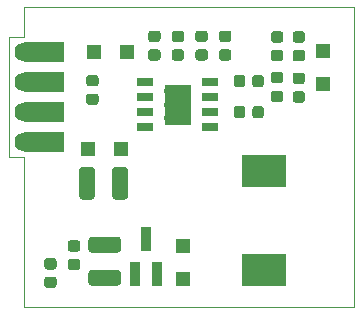
<source format=gbr>
%TF.GenerationSoftware,KiCad,Pcbnew,(5.1.6)-1*%
%TF.CreationDate,2021-02-23T00:21:00+01:00*%
%TF.ProjectId,02_Batt_Alim,30325f42-6174-4745-9f41-6c696d2e6b69,rev?*%
%TF.SameCoordinates,Original*%
%TF.FileFunction,Soldermask,Top*%
%TF.FilePolarity,Negative*%
%FSLAX46Y46*%
G04 Gerber Fmt 4.6, Leading zero omitted, Abs format (unit mm)*
G04 Created by KiCad (PCBNEW (5.1.6)-1) date 2021-02-23 00:21:00*
%MOMM*%
%LPD*%
G01*
G04 APERTURE LIST*
%TA.AperFunction,Profile*%
%ADD10C,0.050000*%
%TD*%
%ADD11R,0.900000X2.000000*%
%ADD12R,2.300000X3.400000*%
%ADD13C,1.100000*%
%ADD14R,1.400000X0.800000*%
%ADD15R,2.624000X1.800000*%
%ADD16C,1.624000*%
%ADD17R,1.800000X1.800000*%
%ADD18R,3.700000X2.800000*%
%ADD19R,1.200000X1.200000*%
G04 APERTURE END LIST*
D10*
X129540000Y-62230000D02*
X129540000Y-87630000D01*
X101600000Y-62230000D02*
X129540000Y-62230000D01*
X101600000Y-74930000D02*
X101600000Y-87630000D01*
X100330000Y-74930000D02*
X101600000Y-74930000D01*
X101600000Y-62230000D02*
X101600000Y-64770000D01*
X101600000Y-64770000D02*
X100330000Y-64770000D01*
X129540000Y-87630000D02*
X101600000Y-87630000D01*
X100330000Y-74930000D02*
X100330000Y-64770000D01*
D11*
%TO.C,U1*%
X111940000Y-81840000D03*
X112890000Y-84840000D03*
X110990000Y-84840000D03*
%TD*%
%TO.C,C1*%
G36*
G01*
X120940000Y-68771250D02*
X120940000Y-68208750D01*
G75*
G02*
X121183750Y-67965000I243750J0D01*
G01*
X121671250Y-67965000D01*
G75*
G02*
X121915000Y-68208750I0J-243750D01*
G01*
X121915000Y-68771250D01*
G75*
G02*
X121671250Y-69015000I-243750J0D01*
G01*
X121183750Y-69015000D01*
G75*
G02*
X120940000Y-68771250I0J243750D01*
G01*
G37*
G36*
G01*
X119365000Y-68771250D02*
X119365000Y-68208750D01*
G75*
G02*
X119608750Y-67965000I243750J0D01*
G01*
X120096250Y-67965000D01*
G75*
G02*
X120340000Y-68208750I0J-243750D01*
G01*
X120340000Y-68771250D01*
G75*
G02*
X120096250Y-69015000I-243750J0D01*
G01*
X119608750Y-69015000D01*
G75*
G02*
X119365000Y-68771250I0J243750D01*
G01*
G37*
%TD*%
%TO.C,C2*%
G36*
G01*
X107108750Y-69540000D02*
X107671250Y-69540000D01*
G75*
G02*
X107915000Y-69783750I0J-243750D01*
G01*
X107915000Y-70271250D01*
G75*
G02*
X107671250Y-70515000I-243750J0D01*
G01*
X107108750Y-70515000D01*
G75*
G02*
X106865000Y-70271250I0J243750D01*
G01*
X106865000Y-69783750D01*
G75*
G02*
X107108750Y-69540000I243750J0D01*
G01*
G37*
G36*
G01*
X107108750Y-67965000D02*
X107671250Y-67965000D01*
G75*
G02*
X107915000Y-68208750I0J-243750D01*
G01*
X107915000Y-68696250D01*
G75*
G02*
X107671250Y-68940000I-243750J0D01*
G01*
X107108750Y-68940000D01*
G75*
G02*
X106865000Y-68696250I0J243750D01*
G01*
X106865000Y-68208750D01*
G75*
G02*
X107108750Y-67965000I243750J0D01*
G01*
G37*
%TD*%
%TO.C,C3*%
G36*
G01*
X107335000Y-84465000D02*
X109545000Y-84465000D01*
G75*
G02*
X109815000Y-84735000I0J-270000D01*
G01*
X109815000Y-85545000D01*
G75*
G02*
X109545000Y-85815000I-270000J0D01*
G01*
X107335000Y-85815000D01*
G75*
G02*
X107065000Y-85545000I0J270000D01*
G01*
X107065000Y-84735000D01*
G75*
G02*
X107335000Y-84465000I270000J0D01*
G01*
G37*
G36*
G01*
X107335000Y-81665000D02*
X109545000Y-81665000D01*
G75*
G02*
X109815000Y-81935000I0J-270000D01*
G01*
X109815000Y-82745000D01*
G75*
G02*
X109545000Y-83015000I-270000J0D01*
G01*
X107335000Y-83015000D01*
G75*
G02*
X107065000Y-82745000I0J270000D01*
G01*
X107065000Y-81935000D01*
G75*
G02*
X107335000Y-81665000I270000J0D01*
G01*
G37*
%TD*%
%TO.C,C4*%
G36*
G01*
X107615000Y-76035000D02*
X107615000Y-78245000D01*
G75*
G02*
X107345000Y-78515000I-270000J0D01*
G01*
X106535000Y-78515000D01*
G75*
G02*
X106265000Y-78245000I0J270000D01*
G01*
X106265000Y-76035000D01*
G75*
G02*
X106535000Y-75765000I270000J0D01*
G01*
X107345000Y-75765000D01*
G75*
G02*
X107615000Y-76035000I0J-270000D01*
G01*
G37*
G36*
G01*
X110415000Y-76035000D02*
X110415000Y-78245000D01*
G75*
G02*
X110145000Y-78515000I-270000J0D01*
G01*
X109335000Y-78515000D01*
G75*
G02*
X109065000Y-78245000I0J270000D01*
G01*
X109065000Y-76035000D01*
G75*
G02*
X109335000Y-75765000I270000J0D01*
G01*
X110145000Y-75765000D01*
G75*
G02*
X110415000Y-76035000I0J-270000D01*
G01*
G37*
%TD*%
%TO.C,D2*%
G36*
G01*
X125156250Y-65240000D02*
X124593750Y-65240000D01*
G75*
G02*
X124350000Y-64996250I0J243750D01*
G01*
X124350000Y-64508750D01*
G75*
G02*
X124593750Y-64265000I243750J0D01*
G01*
X125156250Y-64265000D01*
G75*
G02*
X125400000Y-64508750I0J-243750D01*
G01*
X125400000Y-64996250D01*
G75*
G02*
X125156250Y-65240000I-243750J0D01*
G01*
G37*
G36*
G01*
X125156250Y-66815000D02*
X124593750Y-66815000D01*
G75*
G02*
X124350000Y-66571250I0J243750D01*
G01*
X124350000Y-66083750D01*
G75*
G02*
X124593750Y-65840000I243750J0D01*
G01*
X125156250Y-65840000D01*
G75*
G02*
X125400000Y-66083750I0J-243750D01*
G01*
X125400000Y-66571250D01*
G75*
G02*
X125156250Y-66815000I-243750J0D01*
G01*
G37*
%TD*%
%TO.C,D3*%
G36*
G01*
X123311250Y-65240000D02*
X122748750Y-65240000D01*
G75*
G02*
X122505000Y-64996250I0J243750D01*
G01*
X122505000Y-64508750D01*
G75*
G02*
X122748750Y-64265000I243750J0D01*
G01*
X123311250Y-64265000D01*
G75*
G02*
X123555000Y-64508750I0J-243750D01*
G01*
X123555000Y-64996250D01*
G75*
G02*
X123311250Y-65240000I-243750J0D01*
G01*
G37*
G36*
G01*
X123311250Y-66815000D02*
X122748750Y-66815000D01*
G75*
G02*
X122505000Y-66571250I0J243750D01*
G01*
X122505000Y-66083750D01*
G75*
G02*
X122748750Y-65840000I243750J0D01*
G01*
X123311250Y-65840000D01*
G75*
G02*
X123555000Y-66083750I0J-243750D01*
G01*
X123555000Y-66571250D01*
G75*
G02*
X123311250Y-66815000I-243750J0D01*
G01*
G37*
%TD*%
%TO.C,D6*%
G36*
G01*
X106121250Y-82940000D02*
X105558750Y-82940000D01*
G75*
G02*
X105315000Y-82696250I0J243750D01*
G01*
X105315000Y-82208750D01*
G75*
G02*
X105558750Y-81965000I243750J0D01*
G01*
X106121250Y-81965000D01*
G75*
G02*
X106365000Y-82208750I0J-243750D01*
G01*
X106365000Y-82696250D01*
G75*
G02*
X106121250Y-82940000I-243750J0D01*
G01*
G37*
G36*
G01*
X106121250Y-84515000D02*
X105558750Y-84515000D01*
G75*
G02*
X105315000Y-84271250I0J243750D01*
G01*
X105315000Y-83783750D01*
G75*
G02*
X105558750Y-83540000I243750J0D01*
G01*
X106121250Y-83540000D01*
G75*
G02*
X106365000Y-83783750I0J-243750D01*
G01*
X106365000Y-84271250D01*
G75*
G02*
X106121250Y-84515000I-243750J0D01*
G01*
G37*
%TD*%
D12*
%TO.C,IC1*%
X114640000Y-70490000D03*
D13*
X114005000Y-69347000D03*
X114005000Y-70490000D03*
X115275000Y-70490000D03*
X115275000Y-69347000D03*
X115275000Y-71633000D03*
X114005000Y-71633000D03*
D12*
X114640000Y-70490000D03*
D14*
X117390000Y-68585000D03*
X117390000Y-69855000D03*
X117390000Y-72395000D03*
X117390000Y-71125000D03*
X111890000Y-68585000D03*
X111890000Y-69855000D03*
X111890000Y-72395000D03*
X111890000Y-71125000D03*
%TD*%
D15*
%TO.C,J1*%
X102870000Y-66040000D03*
X102870000Y-66040000D03*
D16*
X101600000Y-66040000D03*
D17*
X104140000Y-66040000D03*
%TD*%
D15*
%TO.C,J2*%
X102870000Y-68580000D03*
X102870000Y-68580000D03*
D16*
X101600000Y-68580000D03*
D17*
X104140000Y-68580000D03*
%TD*%
D15*
%TO.C,J3*%
X102870000Y-73660000D03*
X102870000Y-73660000D03*
D16*
X101600000Y-73660000D03*
D17*
X104140000Y-73660000D03*
%TD*%
D15*
%TO.C,J9*%
X102870000Y-71120000D03*
X102870000Y-71120000D03*
D16*
X101600000Y-71120000D03*
D17*
X104140000Y-71120000D03*
%TD*%
D18*
%TO.C,L1*%
X121890000Y-76140000D03*
X121890000Y-84440000D03*
%TD*%
%TO.C,R6*%
G36*
G01*
X124593750Y-69340000D02*
X125156250Y-69340000D01*
G75*
G02*
X125400000Y-69583750I0J-243750D01*
G01*
X125400000Y-70071250D01*
G75*
G02*
X125156250Y-70315000I-243750J0D01*
G01*
X124593750Y-70315000D01*
G75*
G02*
X124350000Y-70071250I0J243750D01*
G01*
X124350000Y-69583750D01*
G75*
G02*
X124593750Y-69340000I243750J0D01*
G01*
G37*
G36*
G01*
X124593750Y-67765000D02*
X125156250Y-67765000D01*
G75*
G02*
X125400000Y-68008750I0J-243750D01*
G01*
X125400000Y-68496250D01*
G75*
G02*
X125156250Y-68740000I-243750J0D01*
G01*
X124593750Y-68740000D01*
G75*
G02*
X124350000Y-68496250I0J243750D01*
G01*
X124350000Y-68008750D01*
G75*
G02*
X124593750Y-67765000I243750J0D01*
G01*
G37*
%TD*%
%TO.C,R7*%
G36*
G01*
X120940000Y-71401250D02*
X120940000Y-70838750D01*
G75*
G02*
X121183750Y-70595000I243750J0D01*
G01*
X121671250Y-70595000D01*
G75*
G02*
X121915000Y-70838750I0J-243750D01*
G01*
X121915000Y-71401250D01*
G75*
G02*
X121671250Y-71645000I-243750J0D01*
G01*
X121183750Y-71645000D01*
G75*
G02*
X120940000Y-71401250I0J243750D01*
G01*
G37*
G36*
G01*
X119365000Y-71401250D02*
X119365000Y-70838750D01*
G75*
G02*
X119608750Y-70595000I243750J0D01*
G01*
X120096250Y-70595000D01*
G75*
G02*
X120340000Y-70838750I0J-243750D01*
G01*
X120340000Y-71401250D01*
G75*
G02*
X120096250Y-71645000I-243750J0D01*
G01*
X119608750Y-71645000D01*
G75*
G02*
X119365000Y-71401250I0J243750D01*
G01*
G37*
%TD*%
%TO.C,R8*%
G36*
G01*
X122748750Y-69290000D02*
X123311250Y-69290000D01*
G75*
G02*
X123555000Y-69533750I0J-243750D01*
G01*
X123555000Y-70021250D01*
G75*
G02*
X123311250Y-70265000I-243750J0D01*
G01*
X122748750Y-70265000D01*
G75*
G02*
X122505000Y-70021250I0J243750D01*
G01*
X122505000Y-69533750D01*
G75*
G02*
X122748750Y-69290000I243750J0D01*
G01*
G37*
G36*
G01*
X122748750Y-67715000D02*
X123311250Y-67715000D01*
G75*
G02*
X123555000Y-67958750I0J-243750D01*
G01*
X123555000Y-68446250D01*
G75*
G02*
X123311250Y-68690000I-243750J0D01*
G01*
X122748750Y-68690000D01*
G75*
G02*
X122505000Y-68446250I0J243750D01*
G01*
X122505000Y-67958750D01*
G75*
G02*
X122748750Y-67715000I243750J0D01*
G01*
G37*
%TD*%
%TO.C,R9*%
G36*
G01*
X118921250Y-65190000D02*
X118358750Y-65190000D01*
G75*
G02*
X118115000Y-64946250I0J243750D01*
G01*
X118115000Y-64458750D01*
G75*
G02*
X118358750Y-64215000I243750J0D01*
G01*
X118921250Y-64215000D01*
G75*
G02*
X119165000Y-64458750I0J-243750D01*
G01*
X119165000Y-64946250D01*
G75*
G02*
X118921250Y-65190000I-243750J0D01*
G01*
G37*
G36*
G01*
X118921250Y-66765000D02*
X118358750Y-66765000D01*
G75*
G02*
X118115000Y-66521250I0J243750D01*
G01*
X118115000Y-66033750D01*
G75*
G02*
X118358750Y-65790000I243750J0D01*
G01*
X118921250Y-65790000D01*
G75*
G02*
X119165000Y-66033750I0J-243750D01*
G01*
X119165000Y-66521250D01*
G75*
G02*
X118921250Y-66765000I-243750J0D01*
G01*
G37*
%TD*%
%TO.C,R10*%
G36*
G01*
X116921250Y-65190000D02*
X116358750Y-65190000D01*
G75*
G02*
X116115000Y-64946250I0J243750D01*
G01*
X116115000Y-64458750D01*
G75*
G02*
X116358750Y-64215000I243750J0D01*
G01*
X116921250Y-64215000D01*
G75*
G02*
X117165000Y-64458750I0J-243750D01*
G01*
X117165000Y-64946250D01*
G75*
G02*
X116921250Y-65190000I-243750J0D01*
G01*
G37*
G36*
G01*
X116921250Y-66765000D02*
X116358750Y-66765000D01*
G75*
G02*
X116115000Y-66521250I0J243750D01*
G01*
X116115000Y-66033750D01*
G75*
G02*
X116358750Y-65790000I243750J0D01*
G01*
X116921250Y-65790000D01*
G75*
G02*
X117165000Y-66033750I0J-243750D01*
G01*
X117165000Y-66521250D01*
G75*
G02*
X116921250Y-66765000I-243750J0D01*
G01*
G37*
%TD*%
%TO.C,R12*%
G36*
G01*
X114921250Y-65190000D02*
X114358750Y-65190000D01*
G75*
G02*
X114115000Y-64946250I0J243750D01*
G01*
X114115000Y-64458750D01*
G75*
G02*
X114358750Y-64215000I243750J0D01*
G01*
X114921250Y-64215000D01*
G75*
G02*
X115165000Y-64458750I0J-243750D01*
G01*
X115165000Y-64946250D01*
G75*
G02*
X114921250Y-65190000I-243750J0D01*
G01*
G37*
G36*
G01*
X114921250Y-66765000D02*
X114358750Y-66765000D01*
G75*
G02*
X114115000Y-66521250I0J243750D01*
G01*
X114115000Y-66033750D01*
G75*
G02*
X114358750Y-65790000I243750J0D01*
G01*
X114921250Y-65790000D01*
G75*
G02*
X115165000Y-66033750I0J-243750D01*
G01*
X115165000Y-66521250D01*
G75*
G02*
X114921250Y-66765000I-243750J0D01*
G01*
G37*
%TD*%
%TO.C,R14*%
G36*
G01*
X112921250Y-65190000D02*
X112358750Y-65190000D01*
G75*
G02*
X112115000Y-64946250I0J243750D01*
G01*
X112115000Y-64458750D01*
G75*
G02*
X112358750Y-64215000I243750J0D01*
G01*
X112921250Y-64215000D01*
G75*
G02*
X113165000Y-64458750I0J-243750D01*
G01*
X113165000Y-64946250D01*
G75*
G02*
X112921250Y-65190000I-243750J0D01*
G01*
G37*
G36*
G01*
X112921250Y-66765000D02*
X112358750Y-66765000D01*
G75*
G02*
X112115000Y-66521250I0J243750D01*
G01*
X112115000Y-66033750D01*
G75*
G02*
X112358750Y-65790000I243750J0D01*
G01*
X112921250Y-65790000D01*
G75*
G02*
X113165000Y-66033750I0J-243750D01*
G01*
X113165000Y-66521250D01*
G75*
G02*
X112921250Y-66765000I-243750J0D01*
G01*
G37*
%TD*%
%TO.C,R15*%
G36*
G01*
X103558750Y-85040000D02*
X104121250Y-85040000D01*
G75*
G02*
X104365000Y-85283750I0J-243750D01*
G01*
X104365000Y-85771250D01*
G75*
G02*
X104121250Y-86015000I-243750J0D01*
G01*
X103558750Y-86015000D01*
G75*
G02*
X103315000Y-85771250I0J243750D01*
G01*
X103315000Y-85283750D01*
G75*
G02*
X103558750Y-85040000I243750J0D01*
G01*
G37*
G36*
G01*
X103558750Y-83465000D02*
X104121250Y-83465000D01*
G75*
G02*
X104365000Y-83708750I0J-243750D01*
G01*
X104365000Y-84196250D01*
G75*
G02*
X104121250Y-84440000I-243750J0D01*
G01*
X103558750Y-84440000D01*
G75*
G02*
X103315000Y-84196250I0J243750D01*
G01*
X103315000Y-83708750D01*
G75*
G02*
X103558750Y-83465000I243750J0D01*
G01*
G37*
%TD*%
D19*
%TO.C,D4*%
X126940000Y-68740000D03*
X126940000Y-65940000D03*
%TD*%
%TO.C,D5*%
X115040000Y-82440000D03*
X115040000Y-85240000D03*
%TD*%
%TO.C,D7*%
X107490000Y-65990000D03*
X110290000Y-65990000D03*
%TD*%
%TO.C,D8*%
X109840000Y-74240000D03*
X107040000Y-74240000D03*
%TD*%
M02*

</source>
